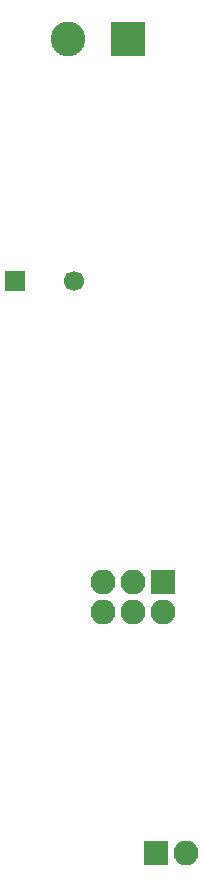
<source format=gbs>
G04 #@! TF.FileFunction,Soldermask,Bot*
%FSLAX46Y46*%
G04 Gerber Fmt 4.6, Leading zero omitted, Abs format (unit mm)*
G04 Created by KiCad (PCBNEW 4.0.5-e0-6337~49~ubuntu16.04.1) date Tue Feb  7 13:51:03 2017*
%MOMM*%
%LPD*%
G01*
G04 APERTURE LIST*
%ADD10C,0.100000*%
%ADD11R,1.700000X1.700000*%
%ADD12C,1.700000*%
%ADD13R,2.940000X2.940000*%
%ADD14C,2.940000*%
%ADD15R,2.100000X2.100000*%
%ADD16O,2.100000X2.100000*%
G04 APERTURE END LIST*
D10*
D11*
X164850000Y-77375000D03*
D12*
X169850000Y-77375000D03*
D13*
X174390000Y-56875000D03*
D14*
X169310000Y-56875000D03*
D15*
X177350000Y-102875000D03*
D16*
X177350000Y-105415000D03*
X174810000Y-102875000D03*
X174810000Y-105415000D03*
X172270000Y-102875000D03*
X172270000Y-105415000D03*
D15*
X176784000Y-125857000D03*
D16*
X179324000Y-125857000D03*
M02*

</source>
